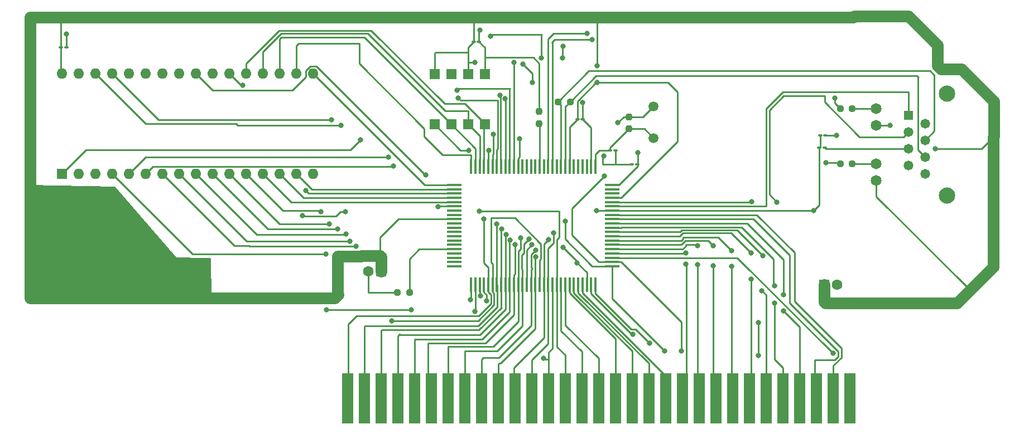
<source format=gbr>
%TF.GenerationSoftware,KiCad,Pcbnew,6.0.2+dfsg-1*%
%TF.CreationDate,2022-05-09T19:42:04-04:00*%
%TF.ProjectId,Cheapsk8_LAN,43686561-7073-46b3-985f-4c414e2e6b69,1*%
%TF.SameCoordinates,Original*%
%TF.FileFunction,Copper,L1,Top*%
%TF.FilePolarity,Positive*%
%FSLAX46Y46*%
G04 Gerber Fmt 4.6, Leading zero omitted, Abs format (unit mm)*
G04 Created by KiCad (PCBNEW 6.0.2+dfsg-1) date 2022-05-09 19:42:04*
%MOMM*%
%LPD*%
G01*
G04 APERTURE LIST*
G04 Aperture macros list*
%AMRoundRect*
0 Rectangle with rounded corners*
0 $1 Rounding radius*
0 $2 $3 $4 $5 $6 $7 $8 $9 X,Y pos of 4 corners*
0 Add a 4 corners polygon primitive as box body*
4,1,4,$2,$3,$4,$5,$6,$7,$8,$9,$2,$3,0*
0 Add four circle primitives for the rounded corners*
1,1,$1+$1,$2,$3*
1,1,$1+$1,$4,$5*
1,1,$1+$1,$6,$7*
1,1,$1+$1,$8,$9*
0 Add four rect primitives between the rounded corners*
20,1,$1+$1,$2,$3,$4,$5,0*
20,1,$1+$1,$4,$5,$6,$7,0*
20,1,$1+$1,$6,$7,$8,$9,0*
20,1,$1+$1,$8,$9,$2,$3,0*%
G04 Aperture macros list end*
%TA.AperFunction,SMDPad,CuDef*%
%ADD10R,0.350000X2.200000*%
%TD*%
%TA.AperFunction,SMDPad,CuDef*%
%ADD11R,2.200000X0.350000*%
%TD*%
%TA.AperFunction,SMDPad,CuDef*%
%ADD12RoundRect,0.237500X-0.250000X-0.237500X0.250000X-0.237500X0.250000X0.237500X-0.250000X0.237500X0*%
%TD*%
%TA.AperFunction,SMDPad,CuDef*%
%ADD13RoundRect,0.237500X0.250000X0.237500X-0.250000X0.237500X-0.250000X-0.237500X0.250000X-0.237500X0*%
%TD*%
%TA.AperFunction,SMDPad,CuDef*%
%ADD14RoundRect,0.100000X0.217500X0.100000X-0.217500X0.100000X-0.217500X-0.100000X0.217500X-0.100000X0*%
%TD*%
%TA.AperFunction,ComponentPad*%
%ADD15C,1.500000*%
%TD*%
%TA.AperFunction,SMDPad,CuDef*%
%ADD16R,1.600000X1.600000*%
%TD*%
%TA.AperFunction,SMDPad,CuDef*%
%ADD17RoundRect,0.100000X-0.217500X-0.100000X0.217500X-0.100000X0.217500X0.100000X-0.217500X0.100000X0*%
%TD*%
%TA.AperFunction,ConnectorPad*%
%ADD18R,1.780000X7.620000*%
%TD*%
%TA.AperFunction,ComponentPad*%
%ADD19R,1.600000X1.600000*%
%TD*%
%TA.AperFunction,ComponentPad*%
%ADD20C,1.600000*%
%TD*%
%TA.AperFunction,SMDPad,CuDef*%
%ADD21RoundRect,0.237500X-0.237500X0.250000X-0.237500X-0.250000X0.237500X-0.250000X0.237500X0.250000X0*%
%TD*%
%TA.AperFunction,SMDPad,CuDef*%
%ADD22RoundRect,0.237500X0.237500X-0.250000X0.237500X0.250000X-0.237500X0.250000X-0.237500X-0.250000X0*%
%TD*%
%TA.AperFunction,ComponentPad*%
%ADD23O,1.600000X1.600000*%
%TD*%
%TA.AperFunction,ComponentPad*%
%ADD24R,1.478000X1.478000*%
%TD*%
%TA.AperFunction,ComponentPad*%
%ADD25C,1.478000*%
%TD*%
%TA.AperFunction,ComponentPad*%
%ADD26C,1.650000*%
%TD*%
%TA.AperFunction,ComponentPad*%
%ADD27C,2.475000*%
%TD*%
%TA.AperFunction,ViaPad*%
%ADD28C,0.800000*%
%TD*%
%TA.AperFunction,Conductor*%
%ADD29C,0.250000*%
%TD*%
%TA.AperFunction,Conductor*%
%ADD30C,1.750000*%
%TD*%
G04 APERTURE END LIST*
D10*
%TO.P,U1,1,INT3*%
%TO.N,Net-(U1-Pad1)*%
X125322000Y-119836000D03*
%TO.P,U1,2,INT2*%
%TO.N,Net-(U1-Pad2)*%
X125972000Y-119836000D03*
%TO.P,U1,3,INT1*%
%TO.N,Net-(U1-Pad3)*%
X126622000Y-119836000D03*
%TO.P,U1,4,INT0*%
%TO.N,Net-(U1-Pad4)*%
X127272000Y-119836000D03*
%TO.P,U1,5,SA0*%
%TO.N,Net-(U1-Pad5)*%
X127922000Y-119836000D03*
%TO.P,U1,6,VDD*%
%TO.N,VCC*%
X128572000Y-119836000D03*
%TO.P,U1,7,SA1*%
%TO.N,Net-(U1-Pad7)*%
X129222000Y-119836000D03*
%TO.P,U1,8,SA2*%
%TO.N,Net-(U1-Pad8)*%
X129872000Y-119836000D03*
%TO.P,U1,9,SA3*%
%TO.N,Net-(U1-Pad9)*%
X130522000Y-119836000D03*
%TO.P,U1,10,SA4*%
%TO.N,Net-(U1-Pad10)*%
X131172000Y-119836000D03*
%TO.P,U1,11,SA5*%
%TO.N,Net-(U1-Pad11)*%
X131822000Y-119836000D03*
%TO.P,U1,12,SA6*%
%TO.N,Net-(U1-Pad12)*%
X132472000Y-119836000D03*
%TO.P,U1,13,SA7*%
%TO.N,Net-(U1-Pad13)*%
X133122000Y-119836000D03*
%TO.P,U1,14,GND*%
%TO.N,GND*%
X133772000Y-119836000D03*
%TO.P,U1,15,SA8*%
%TO.N,Net-(U1-Pad15)*%
X134422000Y-119836000D03*
%TO.P,U1,16,SA9*%
%TO.N,Net-(U1-Pad16)*%
X135072000Y-119836000D03*
%TO.P,U1,17,VDD2*%
%TO.N,VCC*%
X135722000Y-119836000D03*
%TO.P,U1,18,SA10*%
%TO.N,Net-(U1-Pad18)*%
X136372000Y-119836000D03*
%TO.P,U1,19,SA11*%
%TO.N,Net-(U1-Pad19)*%
X137022000Y-119836000D03*
%TO.P,U1,20,SA12*%
%TO.N,Net-(U1-Pad20)*%
X137672000Y-119836000D03*
%TO.P,U1,21,SA13*%
%TO.N,Net-(U1-Pad21)*%
X138322000Y-119836000D03*
%TO.P,U1,22,SA14*%
%TO.N,Net-(U1-Pad22)*%
X138972000Y-119836000D03*
%TO.P,U1,23,SA15*%
%TO.N,Net-(U1-Pad23)*%
X139622000Y-119836000D03*
%TO.P,U1,24,SA16*%
%TO.N,Net-(U1-Pad24)*%
X140272000Y-119836000D03*
%TO.P,U1,25,SA17*%
%TO.N,Net-(U1-Pad25)*%
X140922000Y-119836000D03*
%TO.P,U1,26,SA18*%
%TO.N,Net-(U1-Pad26)*%
X141572000Y-119836000D03*
%TO.P,U1,27,SA19*%
%TO.N,Net-(U1-Pad27)*%
X142222000Y-119836000D03*
%TO.P,U1,28,GND2*%
%TO.N,GND*%
X142872000Y-119836000D03*
%TO.P,U1,29,IORB*%
%TO.N,Net-(U1-Pad29)*%
X143522000Y-119836000D03*
%TO.P,U1,30,IOWB*%
%TO.N,Net-(U1-Pad30)*%
X144172000Y-119836000D03*
D11*
%TO.P,U1,31,SMEMRB*%
%TO.N,Net-(U1-Pad31)*%
X146712000Y-117046000D03*
%TO.P,U1,32,SMEMWB*%
%TO.N,Net-(U1-Pad32)*%
X146712000Y-116396000D03*
%TO.P,U1,33,RSTDRV*%
%TO.N,Net-(U1-Pad33)*%
X146712000Y-115746000D03*
%TO.P,U1,34,AEN*%
%TO.N,Net-(U1-Pad34)*%
X146712000Y-115096000D03*
%TO.P,U1,35,IOCHRDY*%
%TO.N,Net-(U1-Pad35)*%
X146712000Y-114446000D03*
%TO.P,U1,36,SD0*%
%TO.N,Net-(U1-Pad36)*%
X146712000Y-113796000D03*
%TO.P,U1,37,SD1*%
%TO.N,Net-(U1-Pad37)*%
X146712000Y-113146000D03*
%TO.P,U1,38,SD2*%
%TO.N,Net-(U1-Pad38)*%
X146712000Y-112496000D03*
%TO.P,U1,39,SD3*%
%TO.N,Net-(U1-Pad39)*%
X146712000Y-111846000D03*
%TO.P,U1,40,SD4*%
%TO.N,Net-(U1-Pad40)*%
X146712000Y-111196000D03*
%TO.P,U1,41,SD5*%
%TO.N,Net-(U1-Pad41)*%
X146712000Y-110546000D03*
%TO.P,U1,42,SD6*%
%TO.N,Net-(U1-Pad42)*%
X146712000Y-109896000D03*
%TO.P,U1,43,SD7*%
%TO.N,Net-(U1-Pad43)*%
X146712000Y-109246000D03*
%TO.P,U1,44,GND3*%
%TO.N,GND*%
X146712000Y-108596000D03*
%TO.P,U1,45,TPOUT+*%
%TO.N,Net-(U1-Pad45)*%
X146712000Y-107946000D03*
%TO.P,U1,46,TPOUT-*%
%TO.N,Net-(U1-Pad46)*%
X146712000Y-107296000D03*
%TO.P,U1,47,VDD3*%
%TO.N,VCC*%
X146712000Y-106646000D03*
%TO.P,U1,48,TX-*%
%TO.N,unconnected-(U1-Pad48)*%
X146712000Y-105996000D03*
%TO.P,U1,49,TX+*%
%TO.N,unconnected-(U1-Pad49)*%
X146712000Y-105346000D03*
%TO.P,U1,50,X1*%
%TO.N,Net-(U1-Pad50)*%
X146712000Y-104696000D03*
D10*
%TO.P,U1,51,X2*%
%TO.N,Net-(U1-Pad51)*%
X144172000Y-101906000D03*
%TO.P,U1,52,GND4*%
%TO.N,GND*%
X143522000Y-101906000D03*
%TO.P,U1,53,CD-*%
%TO.N,unconnected-(U1-Pad53)*%
X142872000Y-101906000D03*
%TO.P,U1,54,CD+*%
%TO.N,unconnected-(U1-Pad54)*%
X142222000Y-101906000D03*
%TO.P,U1,55,RX-*%
%TO.N,unconnected-(U1-Pad55)*%
X141572000Y-101906000D03*
%TO.P,U1,56,RX+*%
%TO.N,unconnected-(U1-Pad56)*%
X140922000Y-101906000D03*
%TO.P,U1,57,VDD4*%
%TO.N,VCC*%
X140272000Y-101906000D03*
%TO.P,U1,58,TPIN-*%
%TO.N,Net-(U1-Pad58)*%
X139622000Y-101906000D03*
%TO.P,U1,59,TPIN+*%
%TO.N,Net-(U1-Pad59)*%
X138972000Y-101906000D03*
%TO.P,U1,60,LEDBNC*%
%TO.N,unconnected-(U1-Pad60)*%
X138322000Y-101906000D03*
%TO.P,U1,61,LED0*%
%TO.N,Net-(U1-Pad61)*%
X137672000Y-101906000D03*
%TO.P,U1,62,LED1*%
%TO.N,Net-(U1-Pad62)*%
X137022000Y-101906000D03*
%TO.P,U1,63,LED2*%
%TO.N,unconnected-(U1-Pad63)*%
X136372000Y-101906000D03*
%TO.P,U1,64,AUI*%
%TO.N,Net-(U1-Pad64)*%
X135722000Y-101906000D03*
%TO.P,U1,65,JP*%
%TO.N,unconnected-(U1-Pad65)*%
X135072000Y-101906000D03*
%TO.P,U1,66,BA21*%
%TO.N,unconnected-(U1-Pad66)*%
X134422000Y-101906000D03*
%TO.P,U1,67,BA20*%
%TO.N,unconnected-(U1-Pad67)*%
X133772000Y-101906000D03*
%TO.P,U1,68,BA19*%
%TO.N,unconnected-(U1-Pad68)*%
X133122000Y-101906000D03*
%TO.P,U1,69,BA18*%
%TO.N,Net-(U1-Pad69)*%
X132472000Y-101906000D03*
%TO.P,U1,70,VDD5*%
%TO.N,VCC*%
X131822000Y-101906000D03*
%TO.P,U1,71,BA17*%
%TO.N,Net-(U1-Pad71)*%
X131172000Y-101906000D03*
%TO.P,U1,72,BA16*%
%TO.N,Net-(U1-Pad72)*%
X130522000Y-101906000D03*
%TO.P,U1,73,BA15*%
%TO.N,Net-(U1-Pad73)*%
X129872000Y-101906000D03*
%TO.P,U1,74,BA14*%
%TO.N,Net-(U1-Pad74)*%
X129222000Y-101906000D03*
%TO.P,U1,75,BCSB*%
%TO.N,Net-(U1-Pad75)*%
X128572000Y-101906000D03*
%TO.P,U1,76,EECS*%
%TO.N,Net-(U1-Pad76)*%
X127922000Y-101906000D03*
%TO.P,U1,77,BD7*%
%TO.N,Net-(U1-Pad77)*%
X127272000Y-101906000D03*
%TO.P,U1,78,BD6*%
%TO.N,Net-(U1-Pad78)*%
X126622000Y-101906000D03*
%TO.P,U1,79,BD5*%
%TO.N,Net-(U1-Pad79)*%
X125972000Y-101906000D03*
%TO.P,U1,80,BD4*%
%TO.N,Net-(U1-Pad80)*%
X125322000Y-101906000D03*
D11*
%TO.P,U1,81,BD3*%
%TO.N,Net-(U1-Pad81)*%
X122782000Y-104696000D03*
%TO.P,U1,82,BD2*%
%TO.N,Net-(U1-Pad82)*%
X122782000Y-105346000D03*
%TO.P,U1,83,GND5*%
%TO.N,GND*%
X122782000Y-105996000D03*
%TO.P,U1,84,BD1*%
%TO.N,Net-(U1-Pad84)*%
X122782000Y-106646000D03*
%TO.P,U1,85,BD0*%
%TO.N,Net-(U1-Pad85)*%
X122782000Y-107296000D03*
%TO.P,U1,86,GND6*%
%TO.N,GND*%
X122782000Y-107946000D03*
%TO.P,U1,87,SD15*%
%TO.N,unconnected-(U1-Pad87)*%
X122782000Y-108596000D03*
%TO.P,U1,88,SD14*%
%TO.N,unconnected-(U1-Pad88)*%
X122782000Y-109246000D03*
%TO.P,U1,89,VDD6*%
%TO.N,VCC*%
X122782000Y-109896000D03*
%TO.P,U1,90,SD13*%
%TO.N,unconnected-(U1-Pad90)*%
X122782000Y-110546000D03*
%TO.P,U1,91,SD12*%
%TO.N,unconnected-(U1-Pad91)*%
X122782000Y-111196000D03*
%TO.P,U1,92,SD11*%
%TO.N,unconnected-(U1-Pad92)*%
X122782000Y-111846000D03*
%TO.P,U1,93,SD10*%
%TO.N,unconnected-(U1-Pad93)*%
X122782000Y-112496000D03*
%TO.P,U1,94,SD9*%
%TO.N,unconnected-(U1-Pad94)*%
X122782000Y-113146000D03*
%TO.P,U1,95,SD8*%
%TO.N,unconnected-(U1-Pad95)*%
X122782000Y-113796000D03*
%TO.P,U1,96,IOCS16B*%
%TO.N,Net-(U1-Pad96)*%
X122782000Y-114446000D03*
%TO.P,U1,97,INT7*%
%TO.N,unconnected-(U1-Pad97)*%
X122782000Y-115096000D03*
%TO.P,U1,98,INT6*%
%TO.N,unconnected-(U1-Pad98)*%
X122782000Y-115746000D03*
%TO.P,U1,99,INT5*%
%TO.N,unconnected-(U1-Pad99)*%
X122782000Y-116396000D03*
%TO.P,U1,100,INT4*%
%TO.N,unconnected-(U1-Pad100)*%
X122782000Y-117046000D03*
%TD*%
D12*
%TO.P,R18,1*%
%TO.N,Net-(U1-Pad59)*%
X138510000Y-92075000D03*
%TO.P,R18,2*%
%TO.N,Net-(U1-Pad58)*%
X140335000Y-92075000D03*
%TD*%
%TO.P,R14,1*%
%TO.N,GND*%
X114149500Y-121031000D03*
%TO.P,R14,2*%
%TO.N,Net-(U1-Pad96)*%
X115974500Y-121031000D03*
%TD*%
D13*
%TO.P,R16,1*%
%TO.N,Net-(J3-Pad12)*%
X183157500Y-93091000D03*
%TO.P,R16,2*%
%TO.N,Net-(U1-Pad62)*%
X181332500Y-93091000D03*
%TD*%
D14*
%TO.P,C4,1*%
%TO.N,GND*%
X147219500Y-99441000D03*
%TO.P,C4,2*%
%TO.N,Net-(U1-Pad51)*%
X146404500Y-99441000D03*
%TD*%
D15*
%TO.P,Y1,1,1*%
%TO.N,Net-(U1-Pad50)*%
X153005000Y-92747000D03*
%TO.P,Y1,2,2*%
%TO.N,Net-(U1-Pad51)*%
X153005000Y-97573000D03*
%TD*%
D16*
%TO.P,U3,1,CS*%
%TO.N,Net-(U1-Pad76)*%
X119761000Y-95504000D03*
%TO.P,U3,2,SCLK*%
%TO.N,Net-(U1-Pad79)*%
X122301000Y-95504000D03*
%TO.P,U3,3,DI*%
%TO.N,Net-(U1-Pad78)*%
X124841000Y-95504000D03*
%TO.P,U3,4,DO*%
%TO.N,Net-(U1-Pad77)*%
X127381000Y-95504000D03*
%TO.P,U3,5,GND*%
%TO.N,GND*%
X127381000Y-87884000D03*
%TO.P,U3,6,ORG*%
%TO.N,VCC*%
X124841000Y-87884000D03*
%TO.P,U3,7,NC*%
%TO.N,unconnected-(U3-Pad7)*%
X122301000Y-87884000D03*
%TO.P,U3,8,VCC*%
%TO.N,VCC*%
X119761000Y-87884000D03*
%TD*%
D17*
%TO.P,C2,1*%
%TO.N,VCC*%
X125703500Y-82931000D03*
%TO.P,C2,2*%
%TO.N,GND*%
X126518500Y-82931000D03*
%TD*%
D18*
%TO.P,J2,32,IO*%
%TO.N,unconnected-(J2-Pad32)*%
X182753000Y-137160000D03*
%TO.P,J2,33,DB7*%
%TO.N,Net-(U1-Pad43)*%
X180213000Y-137160000D03*
%TO.P,J2,34,DB6*%
%TO.N,Net-(U1-Pad42)*%
X177673000Y-137160000D03*
%TO.P,J2,35,DB5*%
%TO.N,Net-(U1-Pad41)*%
X175133000Y-137160000D03*
%TO.P,J2,36,DB4*%
%TO.N,Net-(U1-Pad40)*%
X172593000Y-137160000D03*
%TO.P,J2,37,DB3*%
%TO.N,Net-(U1-Pad39)*%
X170053000Y-137160000D03*
%TO.P,J2,38,DB2*%
%TO.N,Net-(U1-Pad38)*%
X167513000Y-137160000D03*
%TO.P,J2,39,DB1*%
%TO.N,Net-(U1-Pad37)*%
X164973000Y-137160000D03*
%TO.P,J2,40,DB0*%
%TO.N,Net-(U1-Pad36)*%
X162433000Y-137160000D03*
%TO.P,J2,41,IO_READY*%
%TO.N,Net-(U1-Pad35)*%
X159893000Y-137160000D03*
%TO.P,J2,42,AEN*%
%TO.N,Net-(U1-Pad34)*%
X157353000Y-137160000D03*
%TO.P,J2,43,BA19*%
%TO.N,Net-(U1-Pad27)*%
X154813000Y-137160000D03*
%TO.P,J2,44,BA18*%
%TO.N,Net-(U1-Pad26)*%
X152273000Y-137160000D03*
%TO.P,J2,45,BA17*%
%TO.N,Net-(U1-Pad25)*%
X149733000Y-137160000D03*
%TO.P,J2,46,BA16*%
%TO.N,Net-(U1-Pad24)*%
X147193000Y-137160000D03*
%TO.P,J2,47,BA15*%
%TO.N,Net-(U1-Pad23)*%
X144653000Y-137160000D03*
%TO.P,J2,48,BA14*%
%TO.N,Net-(U1-Pad22)*%
X142113000Y-137160000D03*
%TO.P,J2,49,BA13*%
%TO.N,Net-(U1-Pad21)*%
X139573000Y-137160000D03*
%TO.P,J2,50,BA12*%
%TO.N,Net-(U1-Pad20)*%
X137033000Y-137160000D03*
%TO.P,J2,51,BA11*%
%TO.N,Net-(U1-Pad19)*%
X134493000Y-137160000D03*
%TO.P,J2,52,BA10*%
%TO.N,Net-(U1-Pad18)*%
X131953000Y-137160000D03*
%TO.P,J2,53,BA09*%
%TO.N,Net-(U1-Pad16)*%
X129413000Y-137160000D03*
%TO.P,J2,54,BA08*%
%TO.N,Net-(U1-Pad15)*%
X126873000Y-137160000D03*
%TO.P,J2,55,BA07*%
%TO.N,Net-(U1-Pad13)*%
X124333000Y-137160000D03*
%TO.P,J2,56,BA06*%
%TO.N,Net-(U1-Pad12)*%
X121793000Y-137160000D03*
%TO.P,J2,57,BA05*%
%TO.N,Net-(U1-Pad11)*%
X119253000Y-137160000D03*
%TO.P,J2,58,BA04*%
%TO.N,Net-(U1-Pad10)*%
X116713000Y-137160000D03*
%TO.P,J2,59,BA03*%
%TO.N,Net-(U1-Pad9)*%
X114173000Y-137160000D03*
%TO.P,J2,60,BA02*%
%TO.N,Net-(U1-Pad8)*%
X111633000Y-137160000D03*
%TO.P,J2,61,BA01*%
%TO.N,Net-(U1-Pad7)*%
X109093000Y-137160000D03*
%TO.P,J2,62,BA00*%
%TO.N,Net-(U1-Pad5)*%
X106553000Y-137160000D03*
%TD*%
D17*
%TO.P,C1,1*%
%TO.N,VCC*%
X63092500Y-83820000D03*
%TO.P,C1,2*%
%TO.N,GND*%
X63907500Y-83820000D03*
%TD*%
D19*
%TO.P,C6,1*%
%TO.N,VCC*%
X178876888Y-119888000D03*
D20*
%TO.P,C6,2*%
%TO.N,GND*%
X180876888Y-119888000D03*
%TD*%
D14*
%TO.P,C9,1*%
%TO.N,Net-(C9-Pad1)*%
X178969500Y-99060000D03*
%TO.P,C9,2*%
%TO.N,GND*%
X178154500Y-99060000D03*
%TD*%
D21*
%TO.P,R15,1*%
%TO.N,GND*%
X135636000Y-93552000D03*
%TO.P,R15,2*%
%TO.N,Net-(U1-Pad64)*%
X135636000Y-95377000D03*
%TD*%
D13*
%TO.P,R17,1*%
%TO.N,Net-(J3-Pad10)*%
X183157500Y-101473000D03*
%TO.P,R17,2*%
%TO.N,Net-(U1-Pad61)*%
X181332500Y-101473000D03*
%TD*%
D17*
%TO.P,C5,1*%
%TO.N,GND*%
X149706500Y-101600000D03*
%TO.P,C5,2*%
%TO.N,Net-(U1-Pad50)*%
X150521500Y-101600000D03*
%TD*%
%TO.P,C3,1*%
%TO.N,VCC*%
X141451500Y-94742000D03*
%TO.P,C3,2*%
%TO.N,GND*%
X142266500Y-94742000D03*
%TD*%
D22*
%TO.P,R19,1*%
%TO.N,Net-(U1-Pad51)*%
X149225000Y-96162500D03*
%TO.P,R19,2*%
%TO.N,Net-(U1-Pad50)*%
X149225000Y-94337500D03*
%TD*%
D14*
%TO.P,C8,1*%
%TO.N,Net-(C8-Pad1)*%
X179096500Y-97155000D03*
%TO.P,C8,2*%
%TO.N,GND*%
X178281500Y-97155000D03*
%TD*%
D19*
%TO.P,C7,1*%
%TO.N,VCC*%
X111699113Y-117856000D03*
D20*
%TO.P,C7,2*%
%TO.N,GND*%
X109699113Y-117856000D03*
%TD*%
D19*
%TO.P,U2,1,A18*%
%TO.N,Net-(U1-Pad69)*%
X63246000Y-103002000D03*
D23*
%TO.P,U2,2,A16*%
%TO.N,Net-(U1-Pad72)*%
X65786000Y-103002000D03*
%TO.P,U2,3,A15*%
%TO.N,Net-(U1-Pad73)*%
X68326000Y-103002000D03*
%TO.P,U2,4,A12*%
%TO.N,Net-(U1-Pad20)*%
X70866000Y-103002000D03*
%TO.P,U2,5,A7*%
%TO.N,Net-(U1-Pad13)*%
X73406000Y-103002000D03*
%TO.P,U2,6,A6*%
%TO.N,Net-(U1-Pad12)*%
X75946000Y-103002000D03*
%TO.P,U2,7,A5*%
%TO.N,Net-(U1-Pad11)*%
X78486000Y-103002000D03*
%TO.P,U2,8,A4*%
%TO.N,Net-(U1-Pad10)*%
X81026000Y-103002000D03*
%TO.P,U2,9,A3*%
%TO.N,Net-(U1-Pad9)*%
X83566000Y-103002000D03*
%TO.P,U2,10,A2*%
%TO.N,Net-(U1-Pad8)*%
X86106000Y-103002000D03*
%TO.P,U2,11,A1*%
%TO.N,Net-(U1-Pad7)*%
X88646000Y-103002000D03*
%TO.P,U2,12,A0*%
%TO.N,Net-(U1-Pad5)*%
X91186000Y-103002000D03*
%TO.P,U2,13,D0*%
%TO.N,Net-(U1-Pad85)*%
X93726000Y-103002000D03*
%TO.P,U2,14,D1*%
%TO.N,Net-(U1-Pad84)*%
X96266000Y-103002000D03*
%TO.P,U2,15,D2*%
%TO.N,Net-(U1-Pad82)*%
X98806000Y-103002000D03*
%TO.P,U2,16,GND*%
%TO.N,GND*%
X101346000Y-103002000D03*
%TO.P,U2,17,D3*%
%TO.N,Net-(U1-Pad81)*%
X101346000Y-87762000D03*
%TO.P,U2,18,D4*%
%TO.N,Net-(U1-Pad80)*%
X98806000Y-87762000D03*
%TO.P,U2,19,D5*%
%TO.N,Net-(U1-Pad79)*%
X96266000Y-87762000D03*
%TO.P,U2,20,D6*%
%TO.N,Net-(U1-Pad78)*%
X93726000Y-87762000D03*
%TO.P,U2,21,D7*%
%TO.N,Net-(U1-Pad77)*%
X91186000Y-87762000D03*
%TO.P,U2,22,CE*%
%TO.N,Net-(U1-Pad75)*%
X88646000Y-87762000D03*
%TO.P,U2,23,A10*%
%TO.N,Net-(U1-Pad18)*%
X86106000Y-87762000D03*
%TO.P,U2,24,OE*%
%TO.N,Net-(U1-Pad31)*%
X83566000Y-87762000D03*
%TO.P,U2,25,A11*%
%TO.N,Net-(U1-Pad19)*%
X81026000Y-87762000D03*
%TO.P,U2,26,A9*%
%TO.N,Net-(U1-Pad16)*%
X78486000Y-87762000D03*
%TO.P,U2,27,A8*%
%TO.N,Net-(U1-Pad15)*%
X75946000Y-87762000D03*
%TO.P,U2,28,A13*%
%TO.N,Net-(U1-Pad21)*%
X73406000Y-87762000D03*
%TO.P,U2,29,A14*%
%TO.N,Net-(U1-Pad74)*%
X70866000Y-87762000D03*
%TO.P,U2,30,A17*%
%TO.N,Net-(U1-Pad71)*%
X68326000Y-87762000D03*
%TO.P,U2,31,PGM*%
%TO.N,Net-(U1-Pad32)*%
X65786000Y-87762000D03*
%TO.P,U2,32,VCC*%
%TO.N,VCC*%
X63246000Y-87762000D03*
%TD*%
D24*
%TO.P,J3,1,P1*%
%TO.N,Net-(U1-Pad45)*%
X191643000Y-94107000D03*
D25*
%TO.P,J3,2,P2*%
%TO.N,Net-(C8-Pad1)*%
X194183000Y-95377000D03*
%TO.P,J3,3,P3*%
%TO.N,Net-(U1-Pad46)*%
X191643000Y-96647000D03*
%TO.P,J3,4,P4*%
%TO.N,Net-(U1-Pad59)*%
X194183000Y-97917000D03*
%TO.P,J3,5,P5*%
%TO.N,Net-(C9-Pad1)*%
X191643000Y-99187000D03*
%TO.P,J3,6,P6*%
%TO.N,Net-(U1-Pad58)*%
X194183000Y-100457000D03*
%TO.P,J3,7,P7*%
%TO.N,unconnected-(J3-Pad7)*%
X191643000Y-101727000D03*
%TO.P,J3,8,P8*%
%TO.N,GND*%
X194183000Y-102997000D03*
D26*
%TO.P,J3,9*%
%TO.N,VCC*%
X186813000Y-104017000D03*
%TO.P,J3,10*%
%TO.N,Net-(J3-Pad10)*%
X186813000Y-101477000D03*
%TO.P,J3,11*%
%TO.N,VCC*%
X186813000Y-95627000D03*
%TO.P,J3,12*%
%TO.N,Net-(J3-Pad12)*%
X186813000Y-93087000D03*
D27*
%TO.P,J3,S1,SHIELD*%
%TO.N,GND*%
X197483000Y-106297000D03*
%TO.P,J3,S2,SHIELD*%
X197483000Y-90807000D03*
%TD*%
D28*
%TO.N,Net-(U1-Pad69)*%
X108559600Y-97840800D03*
X132638800Y-97688400D03*
%TO.N,Net-(U1-Pad72)*%
X128295400Y-82092800D03*
X135991600Y-85394800D03*
X130497500Y-91567000D03*
%TO.N,Net-(U1-Pad71)*%
X105562400Y-95656400D03*
X123215400Y-90322400D03*
%TO.N,GND*%
X126619000Y-81153000D03*
X63881000Y-81788000D03*
X141427200Y-116535200D03*
X168910000Y-125577600D03*
X144386900Y-108559600D03*
X145415000Y-100330000D03*
X168910000Y-130606800D03*
X120269000Y-108020500D03*
X139242800Y-114147600D03*
X100203000Y-105537000D03*
X177292000Y-108585000D03*
X142240000Y-92202000D03*
X134570508Y-113791130D03*
%TO.N,Net-(U1-Pad62)*%
X180492400Y-91490800D03*
X142951200Y-81635600D03*
%TO.N,Net-(U1-Pad61)*%
X179171600Y-101346000D03*
X143713200Y-82600800D03*
%TO.N,Net-(U1-Pad50)*%
X147574000Y-95250000D03*
X150622000Y-99822000D03*
%TO.N,Net-(U1-Pad76)*%
X127996500Y-99441000D03*
X124968000Y-99441000D03*
%TO.N,VCC*%
X131826000Y-86068500D03*
X144399000Y-89154000D03*
X188849000Y-95631000D03*
X144399000Y-86614000D03*
X113284000Y-125341810D03*
X195707000Y-99187000D03*
X125857000Y-86106000D03*
%TO.N,Net-(U1-Pad73)*%
X139293600Y-83642200D03*
X134645400Y-89103200D03*
X129671842Y-91098125D03*
X133146800Y-86283800D03*
X139217400Y-85420200D03*
%TO.N,Net-(U1-Pad20)*%
X103378000Y-123698000D03*
X136296400Y-131064000D03*
X103327200Y-115163600D03*
X116281200Y-123698000D03*
%TO.N,Net-(U1-Pad13)*%
X112776000Y-100457000D03*
X134112000Y-112903000D03*
%TO.N,Net-(U1-Pad12)*%
X113538000Y-101854000D03*
X132842000Y-112776000D03*
%TO.N,Net-(U1-Pad11)*%
X107823000Y-114008500D03*
X131953000Y-113792000D03*
%TO.N,Net-(U1-Pad10)*%
X106934000Y-113284000D03*
X131246500Y-113056040D03*
%TO.N,Net-(U1-Pad9)*%
X106299000Y-112141000D03*
X130596500Y-112268000D03*
%TO.N,Net-(U1-Pad8)*%
X129921000Y-111379000D03*
X105029000Y-111379000D03*
%TO.N,Net-(U1-Pad7)*%
X129159000Y-110617000D03*
X103759000Y-110617000D03*
%TO.N,Net-(U1-Pad5)*%
X127254000Y-109855000D03*
X102489000Y-108745000D03*
%TO.N,Net-(U1-Pad75)*%
X128651000Y-97028000D03*
X90678000Y-89535000D03*
%TO.N,Net-(U1-Pad18)*%
X137033000Y-113030000D03*
%TO.N,Net-(U1-Pad31)*%
X118465600Y-103174800D03*
X154686000Y-129921000D03*
X139573000Y-110236000D03*
%TO.N,Net-(U1-Pad19)*%
X137795000Y-112014000D03*
%TO.N,Net-(U1-Pad16)*%
X135146500Y-115620800D03*
%TO.N,Net-(U1-Pad15)*%
X135165500Y-114604800D03*
%TO.N,Net-(U1-Pad21)*%
X126542800Y-108661200D03*
X106222800Y-108745000D03*
X99771200Y-109309500D03*
%TO.N,Net-(U1-Pad74)*%
X123393200Y-91490800D03*
X104140000Y-94792800D03*
%TO.N,Net-(U1-Pad32)*%
X145542000Y-103378000D03*
X157226000Y-129921000D03*
%TO.N,Net-(U1-Pad33)*%
X180213000Y-130302000D03*
%TO.N,Net-(U1-Pad4)*%
X127635000Y-122301000D03*
%TO.N,Net-(U1-Pad30)*%
X152400000Y-128778000D03*
%TO.N,Net-(U1-Pad29)*%
X149860000Y-127381000D03*
%TO.N,Net-(U1-Pad1)*%
X125222000Y-122174000D03*
%TO.N,Net-(U1-Pad2)*%
X125916201Y-123892799D03*
%TO.N,Net-(U1-Pad3)*%
X126746000Y-121539000D03*
%TO.N,Net-(U1-Pad41)*%
X172715701Y-123829299D03*
X172720000Y-121412000D03*
%TO.N,Net-(U1-Pad40)*%
X171323000Y-122682000D03*
X171323000Y-120015000D03*
%TO.N,Net-(U1-Pad39)*%
X169545000Y-115443000D03*
X169418000Y-120777000D03*
%TO.N,Net-(U1-Pad38)*%
X167767000Y-115062000D03*
X167767000Y-118999000D03*
%TO.N,Net-(U1-Pad37)*%
X164846000Y-114681000D03*
X164846000Y-117094000D03*
%TO.N,Net-(U1-Pad36)*%
X162052000Y-113919000D03*
X162052000Y-116967000D03*
%TO.N,Net-(U1-Pad35)*%
X159639000Y-116840000D03*
X159639000Y-113919000D03*
%TO.N,Net-(U1-Pad34)*%
X157861000Y-116713000D03*
X157861000Y-115021500D03*
%TO.N,Net-(C8-Pad1)*%
X180721000Y-97155000D03*
%TO.N,Net-(U1-Pad46)*%
X171704000Y-107315000D03*
X167894000Y-107221500D03*
%TD*%
D29*
%TO.N,Net-(U1-Pad82)*%
X122782000Y-105346000D02*
X101150000Y-105346000D01*
X101150000Y-105346000D02*
X98806000Y-103002000D01*
%TO.N,Net-(U1-Pad79)*%
X125972000Y-99175000D02*
X122301000Y-95504000D01*
X122301000Y-95504000D02*
X109093000Y-82296000D01*
X96266000Y-82550000D02*
X96266000Y-87762000D01*
X109093000Y-82296000D02*
X96520000Y-82296000D01*
X125972000Y-101906000D02*
X125972000Y-99175000D01*
X96520000Y-82296000D02*
X96266000Y-82550000D01*
%TO.N,Net-(U1-Pad84)*%
X99910000Y-106646000D02*
X96266000Y-103002000D01*
X122782000Y-106646000D02*
X99910000Y-106646000D01*
%TO.N,Net-(U1-Pad85)*%
X98020000Y-107296000D02*
X93726000Y-103002000D01*
X122782000Y-107296000D02*
X98020000Y-107296000D01*
%TO.N,Net-(U1-Pad69)*%
X80060800Y-99364800D02*
X107035600Y-99364800D01*
X66883200Y-99364800D02*
X80060800Y-99364800D01*
X132638800Y-97688400D02*
X132638800Y-100431600D01*
X132638800Y-100431600D02*
X132472000Y-100598400D01*
X132472000Y-100598400D02*
X132472000Y-101906000D01*
X107035600Y-99364800D02*
X108559600Y-97840800D01*
X63246000Y-103002000D02*
X66883200Y-99364800D01*
%TO.N,Net-(U1-Pad78)*%
X96519283Y-81661000D02*
X93726000Y-84454283D01*
X124841000Y-95504000D02*
X124841000Y-93472000D01*
X109601000Y-81661000D02*
X96519283Y-81661000D01*
X126622000Y-97285000D02*
X124841000Y-95504000D01*
X126622000Y-101906000D02*
X126622000Y-97285000D01*
X121412000Y-93472000D02*
X109601000Y-81661000D01*
X124841000Y-93472000D02*
X121412000Y-93472000D01*
X93726000Y-84454283D02*
X93726000Y-87762000D01*
%TO.N,Net-(U1-Pad72)*%
X135991600Y-81889600D02*
X136017000Y-81864200D01*
X136017000Y-81864200D02*
X128524000Y-81864200D01*
X130522000Y-101906000D02*
X130522000Y-91591500D01*
X135991600Y-85394800D02*
X135991600Y-81889600D01*
X130522000Y-91591500D02*
X130497500Y-91567000D01*
X128524000Y-81864200D02*
X128295400Y-82092800D01*
%TO.N,Net-(U1-Pad71)*%
X89916000Y-95656400D02*
X105562400Y-95656400D01*
X131172000Y-90087400D02*
X131172000Y-101906000D01*
X89662000Y-95402400D02*
X89916000Y-95656400D01*
X68326000Y-87762000D02*
X75966400Y-95402400D01*
X131191000Y-90068400D02*
X131172000Y-90087400D01*
X75966400Y-95402400D02*
X89662000Y-95402400D01*
X123215400Y-90322400D02*
X123469400Y-90068400D01*
X123469400Y-90068400D02*
X131191000Y-90068400D01*
%TO.N,Net-(U1-Pad81)*%
X122782000Y-104696000D02*
X118280000Y-104696000D01*
X118280000Y-104696000D02*
X101346000Y-87762000D01*
%TO.N,GND*%
X178281500Y-98933000D02*
X178154500Y-99060000D01*
X122782000Y-105996000D02*
X100662000Y-105996000D01*
X145288000Y-101600000D02*
X145288000Y-100457000D01*
X127381000Y-83793500D02*
X127381000Y-85471000D01*
X127381000Y-85471000D02*
X127381000Y-87884000D01*
X63907500Y-81814500D02*
X63881000Y-81788000D01*
X144386900Y-108559600D02*
X146675600Y-108559600D01*
X147193000Y-101600000D02*
X145288000Y-101600000D01*
X178154500Y-107722500D02*
X177292000Y-108585000D01*
X145288000Y-100457000D02*
X145415000Y-100330000D01*
X126518500Y-82931000D02*
X127381000Y-83793500D01*
X142872000Y-119836000D02*
X142872000Y-117980000D01*
X133799520Y-114562118D02*
X134570508Y-113791130D01*
X178154500Y-99060000D02*
X178154500Y-107722500D01*
X178281500Y-97155000D02*
X178281500Y-98933000D01*
X142872000Y-117980000D02*
X141427200Y-116535200D01*
X147219500Y-99441000D02*
X147219500Y-101573500D01*
X133799520Y-115173197D02*
X133799520Y-114562118D01*
X109699113Y-121002113D02*
X109699113Y-117856000D01*
X146712000Y-108596000D02*
X177281000Y-108596000D01*
X109728000Y-121031000D02*
X109699113Y-121002113D01*
X100662000Y-105996000D02*
X100203000Y-105537000D01*
X135636000Y-93552000D02*
X135636000Y-86233000D01*
X168910000Y-130606800D02*
X168910000Y-125577600D01*
X122782000Y-107946000D02*
X120343500Y-107946000D01*
X135636000Y-86233000D02*
X134747000Y-85344000D01*
X63907500Y-83820000D02*
X63907500Y-81814500D01*
X139242800Y-114147600D02*
X141427200Y-116332000D01*
X126518500Y-81253500D02*
X126619000Y-81153000D01*
X143522000Y-101906000D02*
X143522000Y-95997500D01*
X147193000Y-101600000D02*
X149706500Y-101600000D01*
X134747000Y-85344000D02*
X127508000Y-85344000D01*
X126518500Y-82931000D02*
X126518500Y-81253500D01*
X147219500Y-101573500D02*
X147193000Y-101600000D01*
X127508000Y-85344000D02*
X127381000Y-85471000D01*
X146675600Y-108559600D02*
X146712000Y-108596000D01*
X133772000Y-119836000D02*
X133756400Y-119820400D01*
X142266500Y-92228500D02*
X142240000Y-92202000D01*
X141427200Y-116332000D02*
X141427200Y-116535200D01*
X120343500Y-107946000D02*
X120269000Y-108020500D01*
X142266500Y-94742000D02*
X142266500Y-92228500D01*
X133756400Y-115216318D02*
X133799520Y-115173197D01*
X177281000Y-108596000D02*
X177292000Y-108585000D01*
X143522000Y-95997500D02*
X142266500Y-94742000D01*
X133756400Y-119820400D02*
X133756400Y-115216318D01*
X114149500Y-121031000D02*
X109728000Y-121031000D01*
%TO.N,Net-(U1-Pad64)*%
X135636000Y-95377000D02*
X135722000Y-95463000D01*
X135722000Y-95463000D02*
X135722000Y-101906000D01*
%TO.N,Net-(U1-Pad96)*%
X115974500Y-115927500D02*
X117456000Y-114446000D01*
X115974500Y-121031000D02*
X115974500Y-115927500D01*
X117456000Y-114446000D02*
X122782000Y-114446000D01*
%TO.N,Net-(J3-Pad12)*%
X183161500Y-93087000D02*
X186813000Y-93087000D01*
X183157500Y-93091000D02*
X183161500Y-93087000D01*
%TO.N,Net-(U1-Pad62)*%
X137871200Y-81635600D02*
X142951200Y-81635600D01*
X180492400Y-92250900D02*
X181332500Y-93091000D01*
X180492400Y-91490800D02*
X180492400Y-92250900D01*
X137022000Y-101906000D02*
X137022000Y-82484800D01*
X137022000Y-82484800D02*
X137871200Y-81635600D01*
%TO.N,Net-(J3-Pad10)*%
X183157500Y-101473000D02*
X183161500Y-101477000D01*
X183161500Y-101477000D02*
X186813000Y-101477000D01*
%TO.N,Net-(U1-Pad61)*%
X137566400Y-83058000D02*
X138023600Y-82600800D01*
X181205500Y-101346000D02*
X181332500Y-101473000D01*
X137672000Y-83163600D02*
X137566400Y-83058000D01*
X138023600Y-82600800D02*
X143713200Y-82600800D01*
X137672000Y-101906000D02*
X137672000Y-83163600D01*
X179171600Y-101346000D02*
X181205500Y-101346000D01*
%TO.N,Net-(U1-Pad59)*%
X195580000Y-96520000D02*
X194183000Y-97917000D01*
X143209000Y-87376000D02*
X194945000Y-87376000D01*
X194945000Y-87376000D02*
X195580000Y-88011000D01*
X138972000Y-101906000D02*
X138972000Y-92537000D01*
X195580000Y-88011000D02*
X195580000Y-96520000D01*
X138510000Y-92075000D02*
X143209000Y-87376000D01*
X138972000Y-92537000D02*
X138510000Y-92075000D01*
%TO.N,Net-(U1-Pad58)*%
X193119489Y-99393489D02*
X194183000Y-100457000D01*
X144272000Y-88138000D02*
X192976500Y-88138000D01*
X139622000Y-92788000D02*
X140335000Y-92075000D01*
X140335000Y-92075000D02*
X144272000Y-88138000D01*
X192976500Y-88138000D02*
X193167000Y-88328500D01*
X193119489Y-88312511D02*
X193119489Y-99393489D01*
X139622000Y-101906000D02*
X139622000Y-92788000D01*
%TO.N,Net-(U1-Pad51)*%
X149225000Y-96162500D02*
X146404500Y-98983000D01*
X151594500Y-96162500D02*
X153005000Y-97573000D01*
X149225000Y-96162500D02*
X151594500Y-96162500D01*
X144780000Y-99441000D02*
X144172000Y-100049000D01*
X146404500Y-98983000D02*
X146404500Y-99441000D01*
X144172000Y-100049000D02*
X144172000Y-101906000D01*
X146404500Y-99441000D02*
X144780000Y-99441000D01*
%TO.N,Net-(U1-Pad50)*%
X150622000Y-101854000D02*
X150622000Y-101700500D01*
X146712000Y-104696000D02*
X147780000Y-104696000D01*
X150622000Y-101499500D02*
X150521500Y-101600000D01*
X148486500Y-94337500D02*
X147574000Y-95250000D01*
X149225000Y-94337500D02*
X148486500Y-94337500D01*
X151414500Y-94337500D02*
X153005000Y-92747000D01*
X150622000Y-101700500D02*
X150521500Y-101600000D01*
X150622000Y-99822000D02*
X150622000Y-101499500D01*
X149225000Y-94337500D02*
X151414500Y-94337500D01*
X147780000Y-104696000D02*
X150622000Y-101854000D01*
%TO.N,Net-(U1-Pad76)*%
X127922000Y-99515500D02*
X127922000Y-101906000D01*
X123698000Y-99441000D02*
X124968000Y-99441000D01*
X127996500Y-99441000D02*
X127922000Y-99515500D01*
X119761000Y-95504000D02*
X123698000Y-99441000D01*
%TO.N,Net-(U1-Pad77)*%
X127381000Y-95376283D02*
X124333717Y-92329000D01*
X127272000Y-101906000D02*
X127272000Y-95613000D01*
X121285000Y-92329000D02*
X110167480Y-81211480D01*
X124333717Y-92329000D02*
X121285000Y-92329000D01*
X127381000Y-95504000D02*
X127381000Y-95376283D01*
X91186000Y-86233000D02*
X91186000Y-87762000D01*
X96207520Y-81211480D02*
X91186000Y-86233000D01*
X127272000Y-95613000D02*
X127381000Y-95504000D01*
X110167480Y-81211480D02*
X96207520Y-81211480D01*
%TO.N,VCC*%
X131822000Y-101906000D02*
X131822000Y-86072500D01*
D30*
X125704480Y-79222480D02*
X143738480Y-79222480D01*
D29*
X200457796Y-120116600D02*
X186813000Y-106471804D01*
X202768200Y-99187000D02*
X195707000Y-99187000D01*
X128625600Y-119638711D02*
X128625600Y-116687600D01*
X155194000Y-89154000D02*
X144399000Y-89154000D01*
X128371520Y-116433520D02*
X128371520Y-109778720D01*
X144399000Y-86614000D02*
X144399000Y-79883000D01*
X111506000Y-115443000D02*
X111506000Y-112654226D01*
D30*
X183484251Y-79024749D02*
X183261000Y-79248000D01*
X204647800Y-92024200D02*
X199748389Y-87124789D01*
X62712480Y-79222480D02*
X125704480Y-79222480D01*
D29*
X128809031Y-121188314D02*
X128809031Y-122905686D01*
X186813000Y-106471804D02*
X186813000Y-104017000D01*
D30*
X178876888Y-122488888D02*
X178876888Y-119888000D01*
D29*
X63092500Y-83820000D02*
X63042800Y-83869700D01*
X144263386Y-89154000D02*
X144399000Y-89154000D01*
X156591000Y-90551000D02*
X155194000Y-89154000D01*
X63092500Y-79602500D02*
X62712480Y-79222480D01*
X186813000Y-95627000D02*
X188845000Y-95627000D01*
X111506000Y-112654226D02*
X114264226Y-109896000D01*
D30*
X196614554Y-87124789D02*
X196101980Y-86612215D01*
X108717226Y-115443000D02*
X108590226Y-115570000D01*
D29*
X128371520Y-109778720D02*
X128320800Y-109728000D01*
D30*
X204571600Y-97383600D02*
X204647800Y-97307400D01*
X196101980Y-86612215D02*
X196101980Y-83478380D01*
X199009000Y-122682000D02*
X179070000Y-122682000D01*
D29*
X141451500Y-91965886D02*
X144263386Y-89154000D01*
X119761000Y-84709000D02*
X119888000Y-84582000D01*
X135890000Y-113656386D02*
X135890000Y-115976400D01*
D30*
X108590226Y-115570000D02*
X105089887Y-115570000D01*
D29*
X125703500Y-79223460D02*
X125704480Y-79222480D01*
X131822000Y-86072500D02*
X131826000Y-86068500D01*
X204571600Y-97383600D02*
X202768200Y-99187000D01*
X124841000Y-84582000D02*
X124841000Y-86233000D01*
D30*
X204647800Y-97307400D02*
X204647800Y-92024200D01*
D29*
X114264226Y-109896000D02*
X122782000Y-109896000D01*
X63042800Y-87558800D02*
X63246000Y-87762000D01*
X156591000Y-98117000D02*
X156591000Y-90551000D01*
X140272000Y-101906000D02*
X140272000Y-95921500D01*
X119888000Y-84582000D02*
X124841000Y-84582000D01*
D30*
X58420000Y-121920000D02*
X58420000Y-79248000D01*
X199748389Y-87124789D02*
X196614554Y-87124789D01*
D29*
X124841000Y-86233000D02*
X124841000Y-87884000D01*
X135890000Y-115976400D02*
X135722000Y-116144400D01*
X128625600Y-116687600D02*
X128371520Y-116433520D01*
X124968000Y-86106000D02*
X124841000Y-86233000D01*
D30*
X111506000Y-115443000D02*
X111699113Y-115636113D01*
D29*
X128572000Y-119836000D02*
X128572000Y-120951282D01*
X63042800Y-83869700D02*
X63042800Y-87558800D01*
D30*
X201574400Y-120116600D02*
X199009000Y-122682000D01*
D29*
X201574400Y-120116600D02*
X200457796Y-120116600D01*
D30*
X183261000Y-79248000D02*
X183235480Y-79222480D01*
X105089887Y-121345887D02*
X105156000Y-121412000D01*
D29*
X126372907Y-125341810D02*
X113284000Y-125341810D01*
D30*
X204571600Y-97383600D02*
X204571600Y-101678760D01*
D29*
X124841000Y-83793500D02*
X124841000Y-84582000D01*
X140272000Y-95921500D02*
X141451500Y-94742000D01*
D30*
X111506000Y-115443000D02*
X108717226Y-115443000D01*
X58420000Y-79248000D02*
X58445520Y-79222480D01*
X183235480Y-79222480D02*
X143738480Y-79222480D01*
X111699113Y-115636113D02*
X111699113Y-117856000D01*
D29*
X131961614Y-109728000D02*
X135890000Y-113656386D01*
X188845000Y-95627000D02*
X188849000Y-95631000D01*
X128572000Y-120951282D02*
X128809031Y-121188314D01*
X125857000Y-86106000D02*
X124968000Y-86106000D01*
X63092500Y-83820000D02*
X63092500Y-79602500D01*
X146712000Y-106646000D02*
X148062000Y-106646000D01*
X144399000Y-79883000D02*
X143738480Y-79222480D01*
D30*
X105156000Y-121412000D02*
X104648000Y-121920000D01*
X204571600Y-101678760D02*
X204583020Y-101690180D01*
X105089887Y-115570000D02*
X105089887Y-121345887D01*
X196101980Y-83478380D02*
X191648349Y-79024749D01*
D29*
X135722000Y-116144400D02*
X135722000Y-119836000D01*
D30*
X104648000Y-121920000D02*
X58420000Y-121920000D01*
D29*
X128320800Y-109728000D02*
X131961614Y-109728000D01*
D30*
X191648349Y-79024749D02*
X183484251Y-79024749D01*
X204583020Y-101690180D02*
X204583020Y-117107980D01*
D29*
X141451500Y-94742000D02*
X141451500Y-91965886D01*
X125703500Y-82931000D02*
X125703500Y-79223460D01*
D30*
X179070000Y-122682000D02*
X178876888Y-122488888D01*
D29*
X148062000Y-106646000D02*
X156591000Y-98117000D01*
D30*
X204583020Y-117107980D02*
X201574400Y-120116600D01*
D29*
X128809031Y-122905686D02*
X126372907Y-125341810D01*
D30*
X58445520Y-79222480D02*
X62712480Y-79222480D01*
D29*
X125703500Y-82931000D02*
X124841000Y-83793500D01*
X119761000Y-87884000D02*
X119761000Y-84709000D01*
%TO.N,Net-(U1-Pad73)*%
X139217400Y-83718400D02*
X139293600Y-83642200D01*
X134645400Y-87782400D02*
X134645400Y-89103200D01*
X129768600Y-101802600D02*
X129768600Y-91194883D01*
X133146800Y-86283800D02*
X134645400Y-87782400D01*
X139217400Y-85420200D02*
X139217400Y-83718400D01*
X129768600Y-91194883D02*
X129671842Y-91098125D01*
X129872000Y-101906000D02*
X129768600Y-101802600D01*
%TO.N,Net-(U1-Pad20)*%
X103327200Y-115163600D02*
X83027600Y-115163600D01*
X136423400Y-131191000D02*
X136296400Y-131064000D01*
X137672000Y-119836000D02*
X137672000Y-129536000D01*
X137033000Y-130175000D02*
X137033000Y-131191000D01*
X137672000Y-129536000D02*
X137033000Y-130175000D01*
X137033000Y-131191000D02*
X136423400Y-131191000D01*
X116281200Y-123698000D02*
X103378000Y-123698000D01*
X83027600Y-115163600D02*
X70866000Y-103002000D01*
X137033000Y-131191000D02*
X137033000Y-134245480D01*
%TO.N,Net-(U1-Pad13)*%
X133122000Y-126085000D02*
X129286000Y-129921000D01*
X132994400Y-117398800D02*
X132994400Y-115342600D01*
X124333000Y-129921000D02*
X124333000Y-134245480D01*
X133122000Y-119836000D02*
X133122000Y-126085000D01*
X133350000Y-114987000D02*
X133350000Y-113665000D01*
X73406000Y-103002000D02*
X75951000Y-100457000D01*
X129286000Y-129921000D02*
X124333000Y-129921000D01*
X133122000Y-119836000D02*
X133122000Y-117526400D01*
X75951000Y-100457000D02*
X112776000Y-100457000D01*
X133350000Y-113665000D02*
X134112000Y-112903000D01*
X132994400Y-115342600D02*
X133350000Y-114987000D01*
X133122000Y-117526400D02*
X132994400Y-117398800D01*
%TO.N,Net-(U1-Pad12)*%
X132842000Y-114427000D02*
X132461000Y-114808000D01*
X132472000Y-125465000D02*
X128651000Y-129286000D01*
X75946000Y-103002000D02*
X77070511Y-101877489D01*
X128651000Y-129286000D02*
X121793000Y-129286000D01*
X132842000Y-112776000D02*
X132842000Y-114427000D01*
X77070511Y-101877489D02*
X113514511Y-101877489D01*
X132472000Y-119836000D02*
X132472000Y-125465000D01*
X121793000Y-129286000D02*
X121793000Y-134245480D01*
X132461000Y-114808000D02*
X132472000Y-114819000D01*
X113514511Y-101877489D02*
X113538000Y-101854000D01*
X132472000Y-114819000D02*
X132472000Y-119836000D01*
%TO.N,Net-(U1-Pad11)*%
X127508000Y-128778000D02*
X118745000Y-128778000D01*
X78486000Y-103002000D02*
X89403000Y-113919000D01*
X91567000Y-113919000D02*
X91656511Y-114008511D01*
X91656511Y-114008511D02*
X107822989Y-114008511D01*
X118745000Y-128778000D02*
X118745000Y-134245480D01*
X131953000Y-118237000D02*
X131822000Y-118368000D01*
X107822989Y-114008511D02*
X107823000Y-114008500D01*
X131822000Y-118368000D02*
X131822000Y-119836000D01*
X118745000Y-134245480D02*
X119253000Y-134245480D01*
X131822000Y-119836000D02*
X131822000Y-124464000D01*
X89403000Y-113919000D02*
X91567000Y-113919000D01*
X131822000Y-124464000D02*
X127508000Y-128778000D01*
X131953000Y-113792000D02*
X131953000Y-118237000D01*
%TO.N,Net-(U1-Pad10)*%
X131246500Y-113056040D02*
X131172000Y-113130540D01*
X131172000Y-119836000D02*
X131172000Y-123971000D01*
X102362000Y-113284000D02*
X106934000Y-113284000D01*
X91308000Y-113284000D02*
X102362000Y-113284000D01*
X116713000Y-128143000D02*
X116713000Y-134245480D01*
X81026000Y-103002000D02*
X91308000Y-113284000D01*
X131172000Y-123971000D02*
X127000000Y-128143000D01*
X131172000Y-113130540D02*
X131172000Y-119836000D01*
X127000000Y-128143000D02*
X116713000Y-128143000D01*
%TO.N,Net-(U1-Pad9)*%
X126619000Y-127508000D02*
X114554000Y-127508000D01*
X114173000Y-127635000D02*
X114173000Y-134245480D01*
X130522000Y-112342500D02*
X130522000Y-119836000D01*
X114554000Y-127508000D02*
X114427000Y-127381000D01*
X130596500Y-112268000D02*
X130522000Y-112342500D01*
X130522000Y-123605000D02*
X126619000Y-127508000D01*
X130522000Y-119836000D02*
X130522000Y-123605000D01*
X92832000Y-112268000D02*
X96520000Y-112268000D01*
X114427000Y-127381000D02*
X114173000Y-127635000D01*
X106172000Y-112268000D02*
X106299000Y-112141000D01*
X83566000Y-103002000D02*
X92832000Y-112268000D01*
X96520000Y-112268000D02*
X106172000Y-112268000D01*
%TO.N,Net-(U1-Pad8)*%
X129872000Y-119836000D02*
X129872000Y-123268000D01*
X126492000Y-126746000D02*
X111760000Y-126746000D01*
X94483000Y-111379000D02*
X105029000Y-111379000D01*
X111760000Y-126746000D02*
X111633000Y-126873000D01*
X86106000Y-103002000D02*
X94483000Y-111379000D01*
X129921000Y-123317000D02*
X126492000Y-126746000D01*
X129921000Y-111379000D02*
X129872000Y-111428000D01*
X111633000Y-126873000D02*
X111633000Y-134245480D01*
X129872000Y-123268000D02*
X129921000Y-123317000D01*
X129872000Y-111428000D02*
X129872000Y-119836000D01*
%TO.N,Net-(U1-Pad7)*%
X109093000Y-126238000D02*
X109093000Y-134245480D01*
X88646000Y-103002000D02*
X96261000Y-110617000D01*
X129159000Y-110617000D02*
X129159000Y-117525800D01*
X109220000Y-126111000D02*
X109093000Y-126238000D01*
X129222000Y-117588800D02*
X129222000Y-119836000D01*
X129258551Y-119872551D02*
X129258551Y-123217449D01*
X129222000Y-119836000D02*
X129258551Y-119872551D01*
X126365000Y-126111000D02*
X109220000Y-126111000D01*
X129159000Y-117525800D02*
X129222000Y-117588800D01*
X129258551Y-123217449D02*
X126365000Y-126111000D01*
X96261000Y-110617000D02*
X103759000Y-110617000D01*
%TO.N,Net-(U1-Pad5)*%
X102235000Y-108585000D02*
X102362000Y-108585000D01*
X127922000Y-120937000D02*
X128359511Y-121374511D01*
X128359511Y-121374511D02*
X128359511Y-122719489D01*
X127254000Y-109855000D02*
X127254000Y-116586000D01*
X127922000Y-119836000D02*
X127922000Y-120937000D01*
X91186000Y-103002000D02*
X96769000Y-108585000D01*
X128359511Y-122719489D02*
X126461690Y-124617310D01*
X106680000Y-134245480D02*
X106553000Y-134245480D01*
X97663000Y-108585000D02*
X102235000Y-108585000D01*
X127254000Y-116586000D02*
X127922000Y-117254000D01*
X96769000Y-108585000D02*
X97663000Y-108585000D01*
X126461690Y-124617310D02*
X107919690Y-124617310D01*
X106680000Y-125857000D02*
X106680000Y-134245480D01*
X127922000Y-117254000D02*
X127922000Y-119836000D01*
X107919690Y-124617310D02*
X106680000Y-125857000D01*
X102329000Y-108585000D02*
X102489000Y-108745000D01*
X102235000Y-108585000D02*
X102329000Y-108585000D01*
%TO.N,Net-(U1-Pad80)*%
X125322000Y-100176000D02*
X125322000Y-101906000D01*
X125272800Y-100126800D02*
X125322000Y-100176000D01*
X99110800Y-83210400D02*
X108356400Y-83210400D01*
X121005600Y-100126800D02*
X125272800Y-100126800D01*
X118211600Y-97332800D02*
X121005600Y-100126800D01*
X118211600Y-96103622D02*
X118211600Y-97332800D01*
X98806000Y-83515200D02*
X99110800Y-83210400D01*
X108356400Y-83210400D02*
X108356400Y-86248422D01*
X98806000Y-87762000D02*
X98806000Y-83515200D01*
X108356400Y-86248422D02*
X118211600Y-96103622D01*
%TO.N,Net-(U1-Pad75)*%
X88646000Y-87762000D02*
X90419000Y-89535000D01*
X128572000Y-100129600D02*
X128574800Y-100126800D01*
X128572000Y-101906000D02*
X128572000Y-100129600D01*
X90419000Y-89535000D02*
X90678000Y-89535000D01*
X128721011Y-99980589D02*
X128721011Y-97098011D01*
X128574800Y-100126800D02*
X128721011Y-99980589D01*
X128651000Y-97028000D02*
X128721011Y-97098011D01*
%TO.N,Net-(U1-Pad18)*%
X136372000Y-127915000D02*
X131826000Y-132461000D01*
X136372000Y-119836000D02*
X136372000Y-127915000D01*
X131826000Y-132461000D02*
X131826000Y-134245480D01*
X136372000Y-113691000D02*
X137033000Y-113030000D01*
X136372000Y-119836000D02*
X136372000Y-113691000D01*
X131826000Y-134245480D02*
X131953000Y-134245480D01*
%TO.N,Net-(U1-Pad31)*%
X143716000Y-117046000D02*
X139573000Y-112903000D01*
X118364000Y-103174800D02*
X118465600Y-103174800D01*
X100221489Y-87296211D02*
X100880211Y-86637489D01*
X100880211Y-86637489D02*
X101826689Y-86637489D01*
X146712000Y-117046000D02*
X143716000Y-117046000D01*
X83566000Y-87762000D02*
X86063511Y-90259511D01*
X86063511Y-90259511D02*
X98189767Y-90259511D01*
X146712000Y-121947000D02*
X154686000Y-129921000D01*
X100221489Y-88227789D02*
X100221489Y-87296211D01*
X98189767Y-90259511D02*
X100221489Y-88227789D01*
X101826689Y-86637489D02*
X118364000Y-103174800D01*
X139573000Y-112903000D02*
X139573000Y-110236000D01*
X146712000Y-117046000D02*
X146712000Y-121947000D01*
%TO.N,Net-(U1-Pad19)*%
X134493000Y-131318000D02*
X134493000Y-134245480D01*
X137022000Y-128789000D02*
X134493000Y-131318000D01*
X137022000Y-119836000D02*
X137022000Y-128789000D01*
X137022000Y-114311000D02*
X137795000Y-113538000D01*
X137795000Y-113538000D02*
X137795000Y-112014000D01*
X137022000Y-119836000D02*
X137022000Y-114311000D01*
%TO.N,Net-(U1-Pad16)*%
X135146500Y-115620800D02*
X135072000Y-115695300D01*
X135072000Y-119836000D02*
X135072000Y-126548000D01*
X135072000Y-115695300D02*
X135072000Y-119836000D01*
X135072000Y-126548000D02*
X129794000Y-131826000D01*
X129540000Y-131826000D02*
X129413000Y-131953000D01*
X129794000Y-131826000D02*
X129540000Y-131826000D01*
X129413000Y-131953000D02*
X129413000Y-134245480D01*
%TO.N,Net-(U1-Pad15)*%
X134421989Y-117198309D02*
X134421989Y-115320697D01*
X134622480Y-117398800D02*
X134421989Y-117198309D01*
X126873000Y-131191000D02*
X126873000Y-134245480D01*
X127127000Y-130937000D02*
X126873000Y-131191000D01*
X129540000Y-130937000D02*
X127127000Y-130937000D01*
X134421989Y-115320697D02*
X135137886Y-114604800D01*
X134422000Y-126055000D02*
X129540000Y-130937000D01*
X135137886Y-114604800D02*
X135165500Y-114604800D01*
X134422000Y-119836000D02*
X134422000Y-126055000D01*
X134422000Y-117599280D02*
X134622480Y-117398800D01*
X134422000Y-119836000D02*
X134422000Y-117599280D01*
%TO.N,Net-(U1-Pad21)*%
X138322000Y-129305000D02*
X139573000Y-130556000D01*
X138684000Y-108661200D02*
X138684000Y-112649000D01*
X126542800Y-108661200D02*
X138684000Y-108661200D01*
X99771200Y-109309500D02*
X99931211Y-109469511D01*
X104804889Y-109469511D02*
X105511600Y-108762800D01*
X138684000Y-112649000D02*
X138322000Y-113011000D01*
X99931211Y-109469511D02*
X104804889Y-109469511D01*
X139573000Y-130556000D02*
X139573000Y-134245480D01*
X105529400Y-108745000D02*
X106222800Y-108745000D01*
X105511600Y-108762800D02*
X105529400Y-108745000D01*
X138322000Y-119836000D02*
X138322000Y-129305000D01*
X138322000Y-113011000D02*
X138322000Y-119836000D01*
%TO.N,Net-(U1-Pad74)*%
X129336800Y-99212400D02*
X129222000Y-99327200D01*
X77896800Y-94792800D02*
X104140000Y-94792800D01*
X123740359Y-91837959D02*
X129336800Y-91837959D01*
X123393200Y-91490800D02*
X123740359Y-91837959D01*
X70866000Y-87762000D02*
X77896800Y-94792800D01*
X129222000Y-99327200D02*
X129222000Y-101906000D01*
X129336800Y-91837959D02*
X129336800Y-99212400D01*
%TO.N,Net-(U1-Pad32)*%
X144717000Y-116396000D02*
X146712000Y-116396000D01*
X140665200Y-112344200D02*
X144717000Y-116396000D01*
X157226000Y-125560000D02*
X157226000Y-129921000D01*
X148062000Y-116396000D02*
X157226000Y-125560000D01*
X146712000Y-116396000D02*
X148062000Y-116396000D01*
X140665200Y-108254800D02*
X140665200Y-112344200D01*
X145542000Y-103378000D02*
X140665200Y-108254800D01*
%TO.N,Net-(U1-Pad33)*%
X165657000Y-115746000D02*
X180213000Y-130302000D01*
X146712000Y-115746000D02*
X165657000Y-115746000D01*
%TO.N,Net-(U1-Pad4)*%
X127635000Y-121403386D02*
X127635000Y-122301000D01*
X127272000Y-119836000D02*
X127272000Y-121040386D01*
X127272000Y-121040386D02*
X127635000Y-121403386D01*
%TO.N,Net-(U1-Pad30)*%
X144172000Y-121200282D02*
X149628207Y-126656489D01*
X150278489Y-126656489D02*
X152400000Y-128778000D01*
X144172000Y-119836000D02*
X144172000Y-121200282D01*
X149628207Y-126656489D02*
X150278489Y-126656489D01*
%TO.N,Net-(U1-Pad29)*%
X143522000Y-119836000D02*
X143522000Y-121186000D01*
X149717000Y-127381000D02*
X149860000Y-127381000D01*
X143522000Y-121186000D02*
X149717000Y-127381000D01*
%TO.N,Net-(U1-Pad1)*%
X125322000Y-119836000D02*
X125322000Y-122074000D01*
X125322000Y-122074000D02*
X125222000Y-122174000D01*
%TO.N,Net-(U1-Pad2)*%
X125972000Y-119836000D02*
X125972000Y-123837000D01*
X125972000Y-123837000D02*
X125916201Y-123892799D01*
%TO.N,Net-(U1-Pad3)*%
X126622000Y-121415000D02*
X126746000Y-121539000D01*
X126622000Y-119836000D02*
X126622000Y-121415000D01*
%TO.N,Net-(U1-Pad43)*%
X168682000Y-109246000D02*
X174371000Y-114935000D01*
X180213000Y-132207000D02*
X180213000Y-134245480D01*
X180340718Y-132080000D02*
X180340000Y-132080000D01*
X146712000Y-109246000D02*
X168682000Y-109246000D01*
X180340000Y-132080000D02*
X180213000Y-132207000D01*
X181483000Y-130937718D02*
X180340718Y-132080000D01*
X174371000Y-122428000D02*
X181483000Y-129540000D01*
X174371000Y-114935000D02*
X174371000Y-122428000D01*
X181483000Y-129540000D02*
X181483000Y-130937718D01*
%TO.N,Net-(U1-Pad42)*%
X180975000Y-130039386D02*
X180975000Y-130810000D01*
X173609000Y-115322775D02*
X173609000Y-122673386D01*
X168182225Y-109896000D02*
X173609000Y-115322775D01*
X173609000Y-122673386D02*
X180975000Y-130039386D01*
X146712000Y-109896000D02*
X168182225Y-109896000D01*
X177419000Y-134245480D02*
X177673000Y-134245480D01*
X180467000Y-131318000D02*
X177419000Y-131318000D01*
X177419000Y-131318000D02*
X177419000Y-134245480D01*
X180975000Y-130810000D02*
X180467000Y-131318000D01*
%TO.N,Net-(U1-Pad41)*%
X175133000Y-126246598D02*
X175133000Y-134245480D01*
X172466000Y-115824000D02*
X172720000Y-116078000D01*
X167188000Y-110546000D02*
X172466000Y-115824000D01*
X172715701Y-123829299D02*
X175133000Y-126246598D01*
X172720000Y-116078000D02*
X172720000Y-121412000D01*
X146712000Y-110546000D02*
X167188000Y-110546000D01*
%TO.N,Net-(U1-Pad40)*%
X171196000Y-115951000D02*
X171196000Y-119761000D01*
X171196000Y-119761000D02*
X171196000Y-119888000D01*
X166359960Y-111114960D02*
X171196000Y-115951000D01*
X171323000Y-131191000D02*
X172593000Y-132461000D01*
X172593000Y-132461000D02*
X172593000Y-134245480D01*
X148062000Y-111196000D02*
X148143040Y-111114960D01*
X171323000Y-122682000D02*
X171323000Y-131191000D01*
X146712000Y-111196000D02*
X148062000Y-111196000D01*
X148143040Y-111114960D02*
X166359960Y-111114960D01*
X171196000Y-119888000D02*
X171323000Y-120015000D01*
%TO.N,Net-(U1-Pad39)*%
X157011565Y-111846000D02*
X157293085Y-111564480D01*
X169418000Y-120777000D02*
X170053000Y-121412000D01*
X157293085Y-111564480D02*
X165666480Y-111564480D01*
X170053000Y-121412000D02*
X170053000Y-134245480D01*
X165666480Y-111564480D02*
X169545000Y-115443000D01*
X146712000Y-111846000D02*
X157011565Y-111846000D01*
%TO.N,Net-(U1-Pad38)*%
X164719000Y-112014000D02*
X167767000Y-115062000D01*
X146712000Y-112496000D02*
X156997283Y-112496000D01*
X167767000Y-134245480D02*
X167513000Y-134245480D01*
X167767000Y-118999000D02*
X167767000Y-134245480D01*
X156997283Y-112496000D02*
X157479283Y-112014000D01*
X157479283Y-112014000D02*
X164719000Y-112014000D01*
%TO.N,Net-(U1-Pad37)*%
X157480000Y-112901565D02*
X157480000Y-112649000D01*
X157235565Y-113146000D02*
X157480000Y-112901565D01*
X164846000Y-134245480D02*
X164973000Y-134245480D01*
X164846000Y-117094000D02*
X164846000Y-134245480D01*
X146712000Y-113146000D02*
X157235565Y-113146000D01*
X162814000Y-112649000D02*
X164846000Y-114681000D01*
X157480000Y-112649000D02*
X162814000Y-112649000D01*
%TO.N,Net-(U1-Pad36)*%
X157221283Y-113796000D02*
X157822794Y-113194489D01*
X161327489Y-113194489D02*
X162052000Y-113919000D01*
X157822794Y-113194489D02*
X161327489Y-113194489D01*
X162052000Y-134245480D02*
X162433000Y-134245480D01*
X146712000Y-113796000D02*
X157221283Y-113796000D01*
X162052000Y-116967000D02*
X162052000Y-134245480D01*
%TO.N,Net-(U1-Pad35)*%
X159639000Y-116840000D02*
X159639000Y-134245480D01*
X159512000Y-113792000D02*
X159639000Y-113919000D01*
X157861000Y-113792000D02*
X159512000Y-113792000D01*
X146712000Y-114446000D02*
X157411886Y-114446000D01*
X157411886Y-114446000D02*
X157861000Y-113996886D01*
X159639000Y-134245480D02*
X159893000Y-134245480D01*
X157861000Y-113996886D02*
X157861000Y-113792000D01*
%TO.N,Net-(U1-Pad34)*%
X157861000Y-116713000D02*
X157950511Y-116802511D01*
X157950511Y-133647969D02*
X157353000Y-134245480D01*
X146712000Y-115096000D02*
X157786500Y-115096000D01*
X157950511Y-116802511D02*
X157950511Y-133647969D01*
X157786500Y-115096000D02*
X157861000Y-115021500D01*
%TO.N,Net-(U1-Pad27)*%
X154813000Y-133701022D02*
X154813000Y-134245480D01*
X142222000Y-121110022D02*
X154813000Y-133701022D01*
X142222000Y-119836000D02*
X142222000Y-121110022D01*
%TO.N,Net-(U1-Pad26)*%
X141572000Y-121124304D02*
X152273000Y-131825304D01*
X141572000Y-119836000D02*
X141572000Y-121124304D01*
X152273000Y-131825304D02*
X152273000Y-134245480D01*
%TO.N,Net-(U1-Pad25)*%
X140922000Y-119836000D02*
X140922000Y-121110022D01*
X149733000Y-129921022D02*
X149733000Y-134245480D01*
X140922000Y-121110022D02*
X149733000Y-129921022D01*
%TO.N,Net-(U1-Pad24)*%
X140272000Y-119836000D02*
X140272000Y-121110022D01*
X140272000Y-121110022D02*
X147193000Y-128031022D01*
X147193000Y-128031022D02*
X147193000Y-134245480D01*
%TO.N,Net-(U1-Pad23)*%
X139622000Y-119836000D02*
X139622000Y-126033000D01*
X139622000Y-126033000D02*
X144653000Y-131064000D01*
X144653000Y-131064000D02*
X144653000Y-134245480D01*
%TO.N,Net-(U1-Pad22)*%
X138972000Y-119836000D02*
X138972000Y-126907000D01*
X142113000Y-130048000D02*
X142113000Y-134245480D01*
X138972000Y-126907000D02*
X142113000Y-130048000D01*
%TO.N,Net-(C9-Pad1)*%
X178969500Y-99060000D02*
X179096500Y-99187000D01*
X179096500Y-99187000D02*
X191643000Y-99187000D01*
%TO.N,Net-(C8-Pad1)*%
X179096500Y-97155000D02*
X180721000Y-97155000D01*
%TO.N,Net-(U1-Pad45)*%
X191643000Y-90551000D02*
X172593000Y-90551000D01*
X170053000Y-107950000D02*
X170049000Y-107946000D01*
X170049000Y-107946000D02*
X146712000Y-107946000D01*
X170053000Y-93091000D02*
X170053000Y-107950000D01*
X172593000Y-90551000D02*
X170053000Y-93091000D01*
X191643000Y-94107000D02*
X191643000Y-90551000D01*
%TO.N,Net-(U1-Pad46)*%
X190904001Y-97385999D02*
X184253999Y-97385999D01*
X167894000Y-107221500D02*
X167819500Y-107296000D01*
X170561000Y-93345000D02*
X170561000Y-106172000D01*
X172720000Y-91186000D02*
X170561000Y-93345000D01*
X167819500Y-107296000D02*
X146712000Y-107296000D01*
X191643000Y-96647000D02*
X190904001Y-97385999D01*
X178943000Y-91186000D02*
X172720000Y-91186000D01*
X178943000Y-92075000D02*
X178943000Y-91186000D01*
X184253999Y-97385999D02*
X178943000Y-92075000D01*
X170561000Y-106172000D02*
X171704000Y-107315000D01*
%TD*%
%TA.AperFunction,Conductor*%
%TO.N,VCC*%
G36*
X71317212Y-104951828D02*
G01*
X71384979Y-104972993D01*
X71410879Y-104995995D01*
X80568800Y-115722400D01*
X82696714Y-115722400D01*
X82757416Y-115737985D01*
X82792540Y-115757295D01*
X82800216Y-115759266D01*
X82800219Y-115759267D01*
X82812162Y-115762333D01*
X82830867Y-115768737D01*
X82849455Y-115776781D01*
X82857278Y-115778020D01*
X82857288Y-115778023D01*
X82893124Y-115783699D01*
X82904744Y-115786105D01*
X82939889Y-115795128D01*
X82947570Y-115797100D01*
X82967824Y-115797100D01*
X82987534Y-115798651D01*
X83007543Y-115801820D01*
X83015435Y-115801074D01*
X83051561Y-115797659D01*
X83063419Y-115797100D01*
X85729234Y-115797100D01*
X85797355Y-115817102D01*
X85843848Y-115870758D01*
X85855217Y-115921060D01*
X85951536Y-121868743D01*
X85932640Y-121937178D01*
X85879744Y-121984534D01*
X85826128Y-121996782D01*
X80681353Y-122020274D01*
X58264833Y-122122633D01*
X58196623Y-122102942D01*
X58149886Y-122049499D01*
X58138281Y-121998986D01*
X57912045Y-109882830D01*
X57912047Y-109877996D01*
X58009096Y-104952800D01*
X58011124Y-104849850D01*
X58032465Y-104782136D01*
X58087026Y-104736709D01*
X58139256Y-104726350D01*
X71317212Y-104951828D01*
G37*
%TD.AperFunction*%
%TD*%
M02*

</source>
